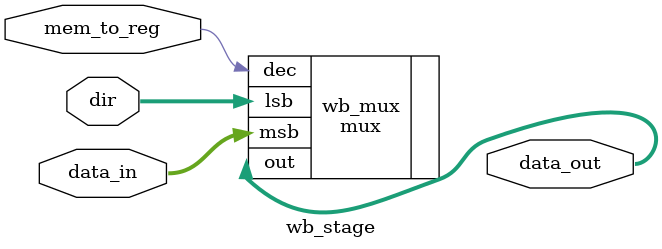
<source format=v>
`timescale 1ns / 1ps
module wb_stage(
    input mem_to_reg,
    input [31:0] data_in,
    input [31:0] dir,
    output [31:0] data_out
    );
	 
	 mux #(.nbits(32)) wb_mux(
		.msb(data_in),	//1 - data_load ---> memtoreg 1
		.lsb(dir), 		//0 - alu_result---> memtoreg 0
		.out(data_out), 
		.dec(mem_to_reg)
	);

endmodule

</source>
